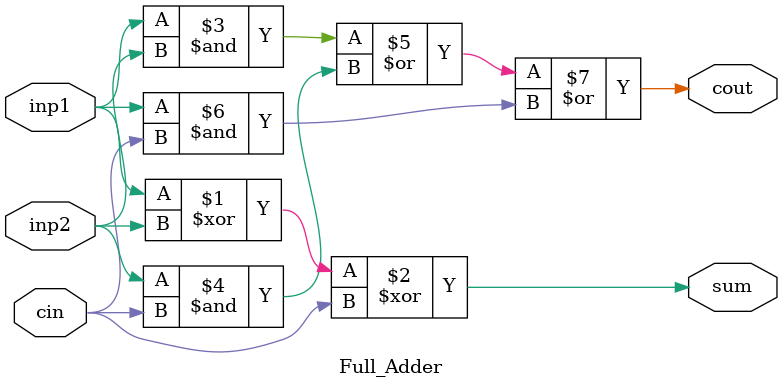
<source format=v>
module Full_Adder(
input inp1, inp2, cin,
output sum, cout
);
assign sum = inp1 ^ inp2 ^ cin;
assign cout = (inp1&inp2) | (inp2&cin) | (inp1&cin); 

endmodule

</source>
